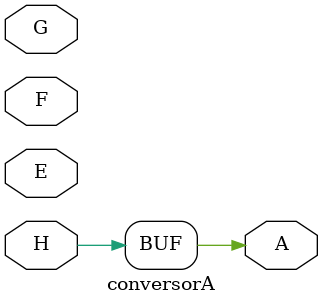
<source format=v>
module conversorA (
    input H,G,F,E,
    output A
);
    assign A = H;
endmodule
</source>
